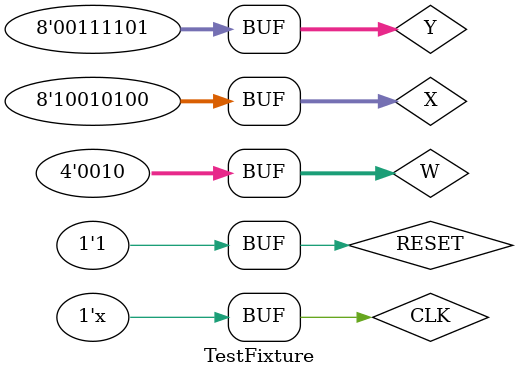
<source format=v>
`timescale 10ns/1ps
module TestFixture();
  
reg CLK, RESET;
reg [7:0] X, Y;
reg [3:0] W;
wire [7:0] Xc, Yc;
wire READY;


GCC GCC(CLK, RESET, X, Y, W, READY, Xc, Yc);
initial begin 
  CLK = 0;
  RESET <= 0;
  X  <= 0;
  Y  <= 0;
  W  <= 0;

  //counter = 0;
  
// First Six Points
  #3 RESET <= 1;
  #4  begin X   = 8'hff;  Y   = 8'hff;  W   = 8'h01; end
  #2  begin X   = 8'h00;  Y   = 8'hff;  W   = 8'h01; end
  #2  begin X   = 8'h00;  Y   = 8'h00;  W   = 8'h01; end
  #2  begin X   = 8'hff;  Y   = 8'h00;  W   = 8'h01; end
  #2  begin X   = 8'hff;  Y   = 8'hff;  W   = 8'h0f; end
  #2  begin X   = 8'h00;  Y   = 8'hff;  W   = 8'h0f; end 
  
// NEW POINTS
  #2  begin X   = 8'h00;  Y   = 8'h00;  W   = 8'h0f; end
  #2  begin X   = 8'hff;  Y   = 8'h00;  W   = 8'h0f; end
  #2  begin X   = 8'he4;  Y   = 8'he4;  W   = 8'h09; end
  #2  begin X   = 8'he4;  Y   = 8'h80;  W   = 8'h09; end    
  #2  begin X   = 8'he4;  Y   = 8'h1c;  W   = 8'h09; end
  #2  begin X   = 8'h1c;  Y   = 8'he4;  W   = 8'h09; end
  #2  begin X   = 8'h1c;  Y   = 8'h80;  W   = 8'h09; end
  #2  begin X   = 8'h1c;  Y   = 8'h1c;  W   = 8'h09; end
  #2  begin X   = 8'hb3;  Y   = 8'hb3;  W   = 8'h07; end
  #2  begin X   = 8'hb3;  Y   = 8'h80;  W   = 8'h07; end
  #2  begin X   = 8'hb3;  Y   = 8'h4d;  W   = 8'h07; end
  #2  begin X   = 8'h4d;  Y   = 8'hb3;  W   = 8'h07; end
  #2  begin X   = 8'h4d;  Y   = 8'h80;  W   = 8'h07; end
  #2  begin X   = 8'h4d;  Y   = 8'h4d;  W   = 8'h07; end
  #2  begin X   = 8'h80;  Y   = 8'h8d;  W   = 8'h03; end
  #2  begin X   = 8'h73;  Y   = 8'h8d;  W   = 8'h03; end
  #2  begin X   = 8'h73;  Y   = 8'h73;  W   = 8'h03; end
  #2  begin X   = 8'h8d;  Y   = 8'h8d;  W   = 8'h03; end
  #2  begin X   = 8'h80;  Y   = 8'h73;  W   = 8'h03; end
  #2  begin X   = 8'h8d;  Y   = 8'h73;  W   = 8'h03; end
  #2  begin X   = 8'h80;  Y   = 8'h87;  W   = 8'h01; end
  #2  begin X   = 8'h79;  Y   = 8'h87;  W   = 8'h01; end
  #2  begin X   = 8'h79;  Y   = 8'h79;  W   = 8'h01; end
  #2  begin X   = 8'h87;  Y   = 8'h87;  W   = 8'h01; end
  #2  begin X   = 8'h80;  Y   = 8'h79;  W   = 8'h01; end
  #2  begin X   = 8'h87;  Y   = 8'h79;  W   = 8'h01; end
  #2  begin X   = 8'h80;  Y   = 8'h80;  W   = 8'h05; end
  #2  begin X   = 8'h33;  Y   = 8'h82;  W   = 8'h03; end
  #2  begin X   = 8'hd0;  Y   = 8'hc9;  W   = 8'h0e; end
  #2  begin X   = 8'hef;  Y   = 8'hfc;  W   = 8'h05; end
  #2  begin X   = 8'hda;  Y   = 8'h0b;  W   = 8'h08; end
  #2  begin X   = 8'h01;  Y   = 8'ha6;  W   = 8'h07; end
  #2  begin X   = 8'h94;  Y   = 8'h3d;  W   = 8'h02; end

    
     
end
  
  
    


always #1 CLK = ~CLK;

endmodule

</source>
